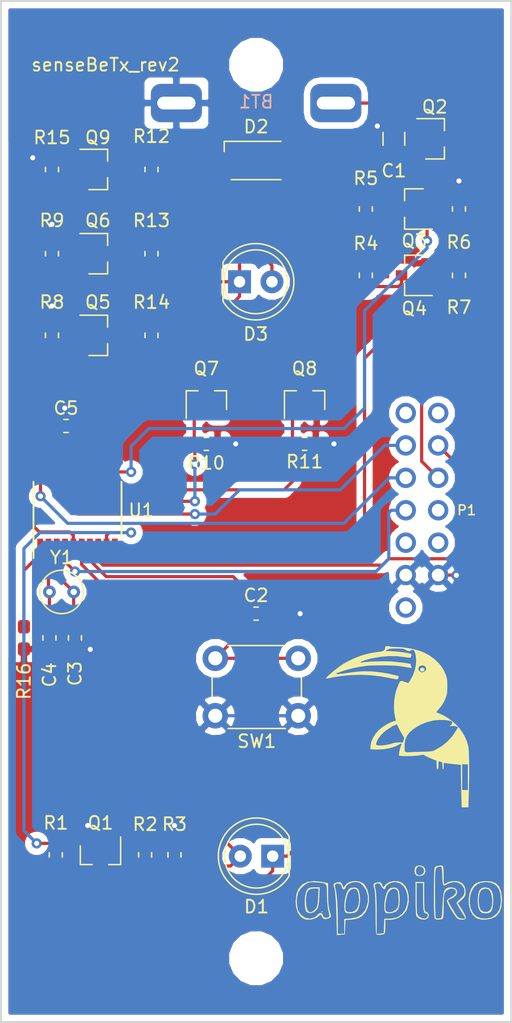
<source format=kicad_pcb>
(kicad_pcb (version 20171130) (host pcbnew 5.0.2-bee76a0~70~ubuntu16.04.1)
  (layers (0 F.Cu signal) (31 B.Cu signal) (34 B.Paste user) (35 F.Paste user) (36 B.SilkS user) (37 F.SilkS user) (38 B.Mask user) (39 F.Mask user) (44 Edge.Cuts user))
  (net 0 "")
  (net 1 "Net-(BT1-Pad1)")
  (net 2 GND)
  (net 3 VDD)
  (net 4 /BUTTON)
  (net 5 /RCC_OSC32_IN)
  (net 6 /RCC_OSC32_OUT)
  (net 7 /LIGHT_SENSE)
  (net 8 "Net-(D2-Pad2)")
  (net 9 "Net-(D2-Pad4)")
  (net 10 "Net-(D3-Pad1)")
  (net 11 /SYS_SWDIO)
  (net 12 /SYS_SWDCLK)
  (net 13 /RESET)
  (net 14 /USART2_TX)
  (net 15 "Net-(Q3-Pad3)")
  (net 16 /LEDIR_PWR1)
  (net 17 /LEDIR_PWR2)
  (net 18 /LEDIR_PWR3)
  (net 19 /LEDIR_CNTRL1)
  (net 20 /LEDIR_CNTRL2)
  (net 21 /LED_RED)
  (net 22 /LED_GREEN)
  (net 23 /R20)
  (net 24 /R_CNTRL)
  (net 25 "Net-(Q7-Pad2)")
  (net 26 /RXTX_UART_RX)
  (net 27 "Net-(Q4-Pad3)")
  (net 28 "Net-(Q1-Pad1)")
  (net 29 /2R7)
  (net 30 /R56)
  (net 31 "Net-(R16-Pad2)")
  (module Package_SO:TSSOP-20_4.4x6.5mm_P0.65mm (layer F.Cu) (at 19 156.9 90)
    (fp_text reference U1 (at 0 5 180) (layer F.SilkS))
    (fp_text value STM32L011F3Px)
    (pad 1 smd rect (at -2.95 -2.925 90) (size 1.45 0.45) (layers F.Cu F.Paste F.Mask) (net 31 "Net-(R16-Pad2)"))
    (pad 2 smd rect (at -2.95 -2.275 90) (size 1.45 0.45) (layers F.Cu F.Paste F.Mask) (net 5 /RCC_OSC32_IN))
    (pad 3 smd rect (at -2.95 -1.625 90) (size 1.45 0.45) (layers F.Cu F.Paste F.Mask) (net 6 /RCC_OSC32_OUT))
    (pad 4 smd rect (at -2.95 -0.975 90) (size 1.45 0.45) (layers F.Cu F.Paste F.Mask) (net 13 /RESET))
    (pad 5 smd rect (at -2.95 -0.325 90) (size 1.45 0.45) (layers F.Cu F.Paste F.Mask) (net 3 VDD))
    (pad 6 smd rect (at -2.95 0.325 90) (size 1.45 0.45) (layers F.Cu F.Paste F.Mask) (net 7 /LIGHT_SENSE))
    (pad 7 smd rect (at -2.95 0.975 90) (size 1.45 0.45) (layers F.Cu F.Paste F.Mask) (net 4 /BUTTON))
    (pad 8 smd rect (at -2.95 1.625 90) (size 1.45 0.45) (layers F.Cu F.Paste F.Mask) (net 14 /USART2_TX))
    (pad 9 smd rect (at -2.95 2.275 90) (size 1.45 0.45) (layers F.Cu F.Paste F.Mask) (net 26 /RXTX_UART_RX))
    (pad 10 smd rect (at -2.95 2.925 90) (size 1.45 0.45) (layers F.Cu F.Paste F.Mask) (net 21 /LED_RED))
    (pad 11 smd rect (at 2.95 2.925 90) (size 1.45 0.45) (layers F.Cu F.Paste F.Mask) (net 22 /LED_GREEN))
    (pad 12 smd rect (at 2.95 2.275 90) (size 1.45 0.45) (layers F.Cu F.Paste F.Mask) (net 18 /LEDIR_PWR3))
    (pad 13 smd rect (at 2.95 1.625 90) (size 1.45 0.45) (layers F.Cu F.Paste F.Mask) (net 17 /LEDIR_PWR2))
    (pad 14 smd rect (at 2.95 0.975 90) (size 1.45 0.45) (layers F.Cu F.Paste F.Mask) (net 16 /LEDIR_PWR1))
    (pad 15 smd rect (at 2.95 0.325 90) (size 1.45 0.45) (layers F.Cu F.Paste F.Mask) (net 2 GND))
    (pad 16 smd rect (at 2.95 -0.325 90) (size 1.45 0.45) (layers F.Cu F.Paste F.Mask) (net 3 VDD))
    (pad 17 smd rect (at 2.95 -0.975 90) (size 1.45 0.45) (layers F.Cu F.Paste F.Mask) (net 20 /LEDIR_CNTRL2))
    (pad 18 smd rect (at 2.95 -1.625 90) (size 1.45 0.45) (layers F.Cu F.Paste F.Mask) (net 19 /LEDIR_CNTRL1))
    (pad 19 smd rect (at 2.95 -2.275 90) (size 1.45 0.45) (layers F.Cu F.Paste F.Mask) (net 11 /SYS_SWDIO))
    (pad 20 smd rect (at 2.95 -2.925 90) (size 1.45 0.45) (layers F.Cu F.Paste F.Mask) (net 12 /SYS_SWDCLK))
  )
  (module senseBeTx_rev1_fp:C_0805 (layer F.Cu) (at 43.8 127.8 90)
    (fp_text reference C1 (at -2.5 0 180) (layer F.SilkS))
    (fp_text value 10uF)
    (pad 1 smd rect (at -1 0 90) (size 1 1.25) (layers F.Cu F.Paste F.Mask) (net 3 VDD))
    (pad 2 smd rect (at 1 0 90) (size 1 1.25) (layers F.Cu F.Paste F.Mask) (net 2 GND))
  )
  (module Capacitor_SMD:C_0603_1608Metric_Pad1.05x0.95mm_HandSolder (layer F.Cu) (at 33 165)
    (fp_text reference C2 (at 0 -1.43) (layer F.SilkS))
    (fp_text value 100nF)
    (pad 1 smd roundrect (at -0.875 0) (size 1.05 0.95) (layers F.Cu F.Paste F.Mask) (net 4 /BUTTON))
    (pad 2 smd roundrect (at 0.875 0) (size 1.05 0.95) (layers F.Cu F.Paste F.Mask) (net 2 GND))
  )
  (module Capacitor_SMD:C_0603_1608Metric_Pad1.05x0.95mm_HandSolder (layer F.Cu) (at 18.8 166.9 270)
    (fp_text reference C3 (at 2.8 0 90) (layer F.SilkS))
    (fp_text value 8pF)
    (pad 1 smd roundrect (at -0.875 0 270) (size 1.05 0.95) (layers F.Cu F.Paste F.Mask) (net 6 /RCC_OSC32_OUT))
    (pad 2 smd roundrect (at 0.875 0 270) (size 1.05 0.95) (layers F.Cu F.Paste F.Mask) (net 2 GND))
  )
  (module Capacitor_SMD:C_0603_1608Metric_Pad1.05x0.95mm_HandSolder (layer F.Cu) (at 16.8 166.9 270)
    (fp_text reference C4 (at 2.9 0 270) (layer F.SilkS))
    (fp_text value 8pF)
    (pad 2 smd roundrect (at 0.875 0 270) (size 1.05 0.95) (layers F.Cu F.Paste F.Mask) (net 2 GND))
    (pad 1 smd roundrect (at -0.875 0 270) (size 1.05 0.95) (layers F.Cu F.Paste F.Mask) (net 5 /RCC_OSC32_IN))
  )
  (module LED_THT:LED_D5.0mm (layer F.Cu) (at 34.3 184 180)
    (fp_text reference D1 (at 1.27 -3.96 180) (layer F.SilkS))
    (fp_text value D_Photo)
    (pad 1 thru_hole rect (at 0 0 180) (size 1.8 1.8) (drill 0.9) (layers *.Cu *.Mask) (net 3 VDD))
    (pad 2 thru_hole circle (at 2.54 0 180) (size 1.8 1.8) (drill 0.9) (layers *.Cu *.Mask) (net 7 /LIGHT_SENSE))
  )
  (module LED_THT:LED_D5.0mm_IRGrey (layer F.Cu) (at 31.7 139)
    (fp_text reference D3 (at 1.27 4.1) (layer F.SilkS))
    (fp_text value SFH4546)
    (pad 1 thru_hole rect (at 0 0) (size 1.8 1.8) (drill 0.9) (layers *.Cu *.Mask) (net 10 "Net-(D3-Pad1)"))
    (pad 2 thru_hole circle (at 2.54 0) (size 1.8 1.8) (drill 0.9) (layers *.Cu *.Mask) (net 3 VDD))
  )
  (module senseBeTx_rev1_fp:MountingHole_3.2mm_M3 (layer F.Cu) (at 33 192)
    (fp_text reference "" (at 0 -4.2) (layer F.SilkS))
    (fp_text value Mounting_Hole)
    (pad 1 np_thru_hole circle (at 0 0) (size 3.2 3.2) (drill 3.2) (layers *.Cu *.Mask))
  )
  (module senseBeTx_rev1_fp:MountingHole_3.2mm_M3 (layer F.Cu) (at 33 122)
    (fp_text reference "" (at 0 -4.2) (layer F.SilkS))
    (fp_text value Mounting_Hole)
    (pad 1 np_thru_hole circle (at 0 0) (size 3.2 3.2) (drill 3.2) (layers *.Cu *.Mask))
  )
  (module senseBeTx_rev1_fp:SOT-23 (layer F.Cu) (at 47 127.8)
    (fp_text reference Q2 (at 0 -2.5) (layer F.SilkS))
    (fp_text value SI2301)
    (pad 1 smd rect (at -1 -0.95) (size 0.9 0.8) (layers F.Cu F.Paste F.Mask) (net 2 GND))
    (pad 2 smd rect (at -1 0.95) (size 0.9 0.8) (layers F.Cu F.Paste F.Mask) (net 3 VDD))
    (pad 3 smd rect (at 1 0) (size 0.9 0.8) (layers F.Cu F.Paste F.Mask) (net 1 "Net-(BT1-Pad1)"))
  )
  (module senseBeTx_rev1_fp:SOT-23 (layer F.Cu) (at 45.4 133.3 180)
    (fp_text reference Q3 (at 0 -2.5 180) (layer F.SilkS))
    (fp_text value SI2302)
    (pad 3 smd rect (at 1 0 180) (size 0.9 0.8) (layers F.Cu F.Paste F.Mask) (net 15 "Net-(Q3-Pad3)"))
    (pad 2 smd rect (at -1 0.95 180) (size 0.9 0.8) (layers F.Cu F.Paste F.Mask) (net 2 GND))
    (pad 1 smd rect (at -1 -0.95 180) (size 0.9 0.8) (layers F.Cu F.Paste F.Mask) (net 22 /LED_GREEN))
  )
  (module senseBeTx_rev1_fp:SOT-23 (layer F.Cu) (at 45.4 138.5 180)
    (fp_text reference Q4 (at 0 -2.6 180) (layer F.SilkS))
    (fp_text value SI2302)
    (pad 1 smd rect (at -1 -0.95 180) (size 0.9 0.8) (layers F.Cu F.Paste F.Mask) (net 21 /LED_RED))
    (pad 2 smd rect (at -1 0.95 180) (size 0.9 0.8) (layers F.Cu F.Paste F.Mask) (net 2 GND))
    (pad 3 smd rect (at 1 0 180) (size 0.9 0.8) (layers F.Cu F.Paste F.Mask) (net 27 "Net-(Q4-Pad3)"))
  )
  (module senseBeTx_rev1_fp:SOT-23 (layer F.Cu) (at 20.6 143.2)
    (fp_text reference Q5 (at 0 -2.6) (layer F.SilkS))
    (fp_text value SI2302)
    (pad 3 smd rect (at 1 0) (size 0.9 0.8) (layers F.Cu F.Paste F.Mask) (net 29 /2R7))
    (pad 2 smd rect (at -1 0.95) (size 0.9 0.8) (layers F.Cu F.Paste F.Mask) (net 24 /R_CNTRL))
    (pad 1 smd rect (at -1 -0.95) (size 0.9 0.8) (layers F.Cu F.Paste F.Mask) (net 18 /LEDIR_PWR3))
  )
  (module senseBeTx_rev1_fp:SOT-23 (layer F.Cu) (at 20.6 136.8)
    (fp_text reference Q6 (at 0 -2.6) (layer F.SilkS))
    (fp_text value SI2302)
    (pad 1 smd rect (at -1 -0.95) (size 0.9 0.8) (layers F.Cu F.Paste F.Mask) (net 17 /LEDIR_PWR2))
    (pad 2 smd rect (at -1 0.95) (size 0.9 0.8) (layers F.Cu F.Paste F.Mask) (net 24 /R_CNTRL))
    (pad 3 smd rect (at 1 0) (size 0.9 0.8) (layers F.Cu F.Paste F.Mask) (net 23 /R20))
  )
  (module senseBeTx_rev1_fp:SOT-23 (layer F.Cu) (at 29.1 148.3 90)
    (fp_text reference Q7 (at 2.5 0 180) (layer F.SilkS))
    (fp_text value SI2302)
    (pad 3 smd rect (at 1 0 90) (size 0.9 0.8) (layers F.Cu F.Paste F.Mask) (net 24 /R_CNTRL))
    (pad 2 smd rect (at -1 0.95 90) (size 0.9 0.8) (layers F.Cu F.Paste F.Mask) (net 25 "Net-(Q7-Pad2)"))
    (pad 1 smd rect (at -1 -0.95 90) (size 0.9 0.8) (layers F.Cu F.Paste F.Mask) (net 19 /LEDIR_CNTRL1))
  )
  (module senseBeTx_rev1_fp:SOT-23 (layer F.Cu) (at 36.8 148.3 90)
    (fp_text reference Q8 (at 2.5 0 180) (layer F.SilkS))
    (fp_text value SI2302)
    (pad 1 smd rect (at -1 -0.95 90) (size 0.9 0.8) (layers F.Cu F.Paste F.Mask) (net 20 /LEDIR_CNTRL2))
    (pad 2 smd rect (at -1 0.95 90) (size 0.9 0.8) (layers F.Cu F.Paste F.Mask) (net 2 GND))
    (pad 3 smd rect (at 1 0 90) (size 0.9 0.8) (layers F.Cu F.Paste F.Mask) (net 25 "Net-(Q7-Pad2)"))
  )
  (module Resistor_SMD:R_0603_1608Metric_Pad1.05x0.95mm_HandSolder (layer F.Cu) (at 17.3 183.9 90)
    (fp_text reference R1 (at 2.5 0 180) (layer F.SilkS))
    (fp_text value 10k)
    (pad 2 smd roundrect (at 0.875 0 90) (size 1.05 0.95) (layers F.Cu F.Paste F.Mask) (net 26 /RXTX_UART_RX))
    (pad 1 smd roundrect (at -0.875 0 90) (size 1.05 0.95) (layers F.Cu F.Paste F.Mask) (net 3 VDD))
  )
  (module Resistor_SMD:R_0603_1608Metric_Pad1.05x0.95mm_HandSolder (layer F.Cu) (at 24.3 183.9 90)
    (fp_text reference R2 (at 2.4 0 180) (layer F.SilkS))
    (fp_text value 33E)
    (pad 1 smd roundrect (at -0.875 0 90) (size 1.05 0.95) (layers F.Cu F.Paste F.Mask) (net 7 /LIGHT_SENSE))
    (pad 2 smd roundrect (at 0.875 0 90) (size 1.05 0.95) (layers F.Cu F.Paste F.Mask) (net 28 "Net-(Q1-Pad1)"))
  )
  (module Resistor_SMD:R_0603_1608Metric_Pad1.05x0.95mm_HandSolder (layer F.Cu) (at 26.6 183.9 90)
    (fp_text reference R3 (at 2.4 0) (layer F.SilkS))
    (fp_text value 100k)
    (pad 2 smd roundrect (at 0.875 0 90) (size 1.05 0.95) (layers F.Cu F.Paste F.Mask) (net 2 GND))
    (pad 1 smd roundrect (at -0.875 0 90) (size 1.05 0.95) (layers F.Cu F.Paste F.Mask) (net 7 /LIGHT_SENSE))
  )
  (module Resistor_SMD:R_0603_1608Metric_Pad1.05x0.95mm_HandSolder (layer F.Cu) (at 41.6 138.5 90)
    (fp_text reference R4 (at 2.5 0 -180) (layer F.SilkS))
    (fp_text value 33E)
    (pad 2 smd roundrect (at 0.875 0 90) (size 1.05 0.95) (layers F.Cu F.Paste F.Mask) (net 8 "Net-(D2-Pad2)"))
    (pad 1 smd roundrect (at -0.875 0 90) (size 1.05 0.95) (layers F.Cu F.Paste F.Mask) (net 27 "Net-(Q4-Pad3)"))
  )
  (module Resistor_SMD:R_0603_1608Metric_Pad1.05x0.95mm_HandSolder (layer F.Cu) (at 41.6 133.3 90)
    (fp_text reference R5 (at 2.4 0 -180) (layer F.SilkS))
    (fp_text value 24E)
    (pad 1 smd roundrect (at -0.875 0 90) (size 1.05 0.95) (layers F.Cu F.Paste F.Mask) (net 15 "Net-(Q3-Pad3)"))
    (pad 2 smd roundrect (at 0.875 0 90) (size 1.05 0.95) (layers F.Cu F.Paste F.Mask) (net 9 "Net-(D2-Pad4)"))
  )
  (module Resistor_SMD:R_0603_1608Metric_Pad1.05x0.95mm_HandSolder (layer F.Cu) (at 48.9 133.3 270)
    (fp_text reference R6 (at 2.6 0) (layer F.SilkS))
    (fp_text value 100k)
    (pad 2 smd roundrect (at 0.875 0 270) (size 1.05 0.95) (layers F.Cu F.Paste F.Mask) (net 22 /LED_GREEN))
    (pad 1 smd roundrect (at -0.875 0 270) (size 1.05 0.95) (layers F.Cu F.Paste F.Mask) (net 2 GND))
  )
  (module Resistor_SMD:R_0603_1608Metric_Pad1.05x0.95mm_HandSolder (layer F.Cu) (at 48.9 138.5 270)
    (fp_text reference R7 (at 2.5 0) (layer F.SilkS))
    (fp_text value 100k)
    (pad 1 smd roundrect (at -0.875 0 270) (size 1.05 0.95) (layers F.Cu F.Paste F.Mask) (net 2 GND))
    (pad 2 smd roundrect (at 0.875 0 270) (size 1.05 0.95) (layers F.Cu F.Paste F.Mask) (net 21 /LED_RED))
  )
  (module Resistor_SMD:R_0603_1608Metric_Pad1.05x0.95mm_HandSolder (layer F.Cu) (at 17 143.2 270)
    (fp_text reference R8 (at -2.6 0) (layer F.SilkS))
    (fp_text value 100k)
    (pad 1 smd roundrect (at -0.875 0 270) (size 1.05 0.95) (layers F.Cu F.Paste F.Mask) (net 2 GND))
    (pad 2 smd roundrect (at 0.875 0 270) (size 1.05 0.95) (layers F.Cu F.Paste F.Mask) (net 18 /LEDIR_PWR3))
  )
  (module Resistor_SMD:R_0603_1608Metric_Pad1.05x0.95mm_HandSolder (layer F.Cu) (at 17 136.8 270)
    (fp_text reference R9 (at -2.6 0) (layer F.SilkS))
    (fp_text value 100k)
    (pad 2 smd roundrect (at 0.875 0 270) (size 1.05 0.95) (layers F.Cu F.Paste F.Mask) (net 17 /LEDIR_PWR2))
    (pad 1 smd roundrect (at -0.875 0 270) (size 1.05 0.95) (layers F.Cu F.Paste F.Mask) (net 2 GND))
  )
  (module Resistor_SMD:R_0603_1608Metric_Pad1.05x0.95mm_HandSolder (layer F.Cu) (at 29.1 151.7 180)
    (fp_text reference R10 (at 0 -1.5 180) (layer F.SilkS))
    (fp_text value 100k)
    (pad 1 smd roundrect (at -0.875 0 180) (size 1.05 0.95) (layers F.Cu F.Paste F.Mask) (net 2 GND))
    (pad 2 smd roundrect (at 0.875 0 180) (size 1.05 0.95) (layers F.Cu F.Paste F.Mask) (net 19 /LEDIR_CNTRL1))
  )
  (module Resistor_SMD:R_0603_1608Metric_Pad1.05x0.95mm_HandSolder (layer F.Cu) (at 36.8 151.7 180)
    (fp_text reference R11 (at 0 -1.4) (layer F.SilkS))
    (fp_text value 100k)
    (pad 1 smd roundrect (at -0.875 0 180) (size 1.05 0.95) (layers F.Cu F.Paste F.Mask) (net 2 GND))
    (pad 2 smd roundrect (at 0.875 0 180) (size 1.05 0.95) (layers F.Cu F.Paste F.Mask) (net 20 /LEDIR_CNTRL2))
  )
  (module Resistor_SMD:R_0603_1608Metric_Pad1.05x0.95mm_HandSolder (layer F.Cu) (at 24.8 130.2 90)
    (fp_text reference R12 (at 2.6 0 180) (layer F.SilkS))
    (fp_text value 56E)
    (pad 2 smd roundrect (at 0.875 0 90) (size 1.05 0.95) (layers F.Cu F.Paste F.Mask) (net 10 "Net-(D3-Pad1)"))
    (pad 1 smd roundrect (at -0.875 0 90) (size 1.05 0.95) (layers F.Cu F.Paste F.Mask) (net 30 /R56))
  )
  (module Resistor_SMD:R_0603_1608Metric_Pad1.05x0.95mm_HandSolder (layer F.Cu) (at 24.8 136.8 90)
    (fp_text reference R13 (at 2.6 0 180) (layer F.SilkS))
    (fp_text value " 20E")
    (pad 1 smd roundrect (at -0.875 0 90) (size 1.05 0.95) (layers F.Cu F.Paste F.Mask) (net 23 /R20))
    (pad 2 smd roundrect (at 0.875 0 90) (size 1.05 0.95) (layers F.Cu F.Paste F.Mask) (net 10 "Net-(D3-Pad1)"))
  )
  (module Capacitor_SMD:C_0603_1608Metric_Pad1.05x0.95mm_HandSolder (layer F.Cu) (at 18.1 150.3 180)
    (fp_text reference C5 (at 0 1.4 180) (layer F.SilkS))
    (fp_text value 100nF)
    (pad 1 smd roundrect (at -0.875 0 180) (size 1.05 0.95) (layers F.Cu F.Paste F.Mask) (net 2 GND))
    (pad 2 smd roundrect (at 0.875 0 180) (size 1.05 0.95) (layers F.Cu F.Paste F.Mask) (net 3 VDD))
  )
  (module senseBeTx_rev1_fp:LED_KPTBD-3216SURKCGKC (layer F.Cu) (at 33 129.5)
    (fp_text reference D2 (at 0 -2.65) (layer F.SilkS))
    (fp_text value KPTBD-3216SURKCGKC)
    (pad 2 smd rect (at -1.6 -0.525) (size 2 0.55) (layers F.Cu F.Paste F.Mask) (net 8 "Net-(D2-Pad2)"))
    (pad 1 smd rect (at 1.6 -0.525) (size 2 0.55) (layers F.Cu F.Paste F.Mask) (net 3 VDD))
    (pad 3 smd rect (at 1.6 0.525) (size 2 0.55) (layers F.Cu F.Paste F.Mask) (net 3 VDD))
    (pad 4 smd rect (at -1.6 0.525) (size 2 0.55) (layers F.Cu F.Paste F.Mask) (net 9 "Net-(D2-Pad4)"))
  )
  (module Resistor_SMD:R_0603_1608Metric_Pad1.05x0.95mm_HandSolder (layer F.Cu) (at 24.8 143.2 90)
    (fp_text reference R14 (at 2.6 0 180) (layer F.SilkS))
    (fp_text value 2.7E)
    (pad 2 smd roundrect (at 0.875 0 90) (size 1.05 0.95) (layers F.Cu F.Paste F.Mask) (net 10 "Net-(D3-Pad1)"))
    (pad 1 smd roundrect (at -0.875 0 90) (size 1.05 0.95) (layers F.Cu F.Paste F.Mask) (net 29 /2R7))
  )
  (module Resistor_SMD:R_0603_1608Metric_Pad1.05x0.95mm_HandSolder (layer F.Cu) (at 17 130.2 270)
    (fp_text reference R15 (at -2.5 0) (layer F.SilkS))
    (fp_text value 100k)
    (pad 1 smd roundrect (at -0.875 0 270) (size 1.05 0.95) (layers F.Cu F.Paste F.Mask) (net 2 GND))
    (pad 2 smd roundrect (at 0.875 0 270) (size 1.05 0.95) (layers F.Cu F.Paste F.Mask) (net 16 /LEDIR_PWR1))
  )
  (module Package_TO_SOT_SMD:SOT-23 (layer F.Cu) (at 20.8 183.9 270)
    (fp_text reference Q1 (at -2.5 0) (layer F.SilkS))
    (fp_text value BC847)
    (pad 1 smd rect (at -1 -0.95 270) (size 0.9 0.8) (layers F.Cu F.Paste F.Mask) (net 28 "Net-(Q1-Pad1)"))
    (pad 2 smd rect (at -1 0.95 270) (size 0.9 0.8) (layers F.Cu F.Paste F.Mask) (net 2 GND))
    (pad 3 smd rect (at 1 0 270) (size 0.9 0.8) (layers F.Cu F.Paste F.Mask) (net 26 /RXTX_UART_RX))
  )
  (module senseBeTx_rev2_fp:SOT-23 (layer F.Cu) (at 20.6 130.2)
    (fp_text reference Q9 (at 0 -2.5) (layer F.SilkS))
    (fp_text value SI2302)
    (pad 1 smd rect (at -1 -0.95) (size 0.9 0.8) (layers F.Cu F.Paste F.Mask) (net 16 /LEDIR_PWR1))
    (pad 2 smd rect (at -1 0.95) (size 0.9 0.8) (layers F.Cu F.Paste F.Mask) (net 24 /R_CNTRL))
    (pad 3 smd rect (at 1 0) (size 0.9 0.8) (layers F.Cu F.Paste F.Mask) (net 30 /R56))
  )
  (module Button_Switch_THT:SW_PUSH_6mm (layer F.Cu) (at 36.3 173 180)
    (fp_text reference SW1 (at 3.25 -2 180) (layer F.SilkS))
    (fp_text value SW_Push_Dual)
    (pad 2 thru_hole circle (at 0 4.5 270) (size 2 2) (drill 1.1) (layers *.Cu *.Mask) (net 4 /BUTTON))
    (pad 1 thru_hole circle (at 0 0 270) (size 2 2) (drill 1.1) (layers *.Cu *.Mask) (net 2 GND))
    (pad 2 thru_hole circle (at 6.5 4.5 270) (size 2 2) (drill 1.1) (layers *.Cu *.Mask) (net 4 /BUTTON))
    (pad 1 thru_hole circle (at 6.5 0 270) (size 2 2) (drill 1.1) (layers *.Cu *.Mask) (net 2 GND))
  )
  (module senseBeTx_rev2_fp:AA_BAT_Holder (layer B.Cu) (at 33 155 90)
    (fp_text reference BT1 (at 30.1 0 180) (layer B.SilkS) (effects (justify mirror)))
    (fp_text value Battery)
    (pad 1 thru_hole roundrect (at 30 6.25 90) (size 3 4) (drill oval 1 3) (layers *.Cu *.Mask) (net 1 "Net-(BT1-Pad1)"))
    (pad 2 thru_hole roundrect (at 30 -6.25 90) (size 3 4) (drill oval 1 3) (layers *.Cu *.Mask) (net 2 GND))
  )
  (module senseBeTx_rev2_fp:prog_connect (layer F.Cu) (at 46 156.9 270)
    (fp_text reference P1 (at 0 -3.5) (layer F.SilkS) (effects (font (size 0.762 0.762) (thickness 0.127))))
    (fp_text value CONN_02X05)
    (pad "" np_thru_hole circle (at 7.62 1.27 270) (size 1.6 1.6) (drill 1) (layers *.Cu *.Mask))
    (pad "" np_thru_hole circle (at -7.62 -1.27 270) (size 1.6 1.6) (drill 1) (layers *.Cu *.Mask))
    (pad 1 thru_hole circle (at -5.08 1.27 270) (size 1.6 1.6) (drill 1) (layers *.Cu *.Mask) (net 11 /SYS_SWDIO))
    (pad 3 thru_hole circle (at -2.54 1.27 270) (size 1.6 1.6) (drill 1) (layers *.Cu *.Mask) (net 12 /SYS_SWDCLK))
    (pad 5 thru_hole circle (at 0 1.27 270) (size 1.6 1.6) (drill 1) (layers *.Cu *.Mask) (net 13 /RESET))
    (pad 7 thru_hole circle (at 2.54 1.27 270) (size 1.6 1.6) (drill 1) (layers *.Cu *.Mask))
    (pad 9 thru_hole circle (at 5.08 1.27 270) (size 1.6 1.6) (drill 1) (layers *.Cu *.Mask) (net 2 GND))
    (pad 10 thru_hole circle (at 5.08 -1.27 270) (size 1.6 1.6) (drill 1) (layers *.Cu *.Mask) (net 2 GND))
    (pad 8 thru_hole circle (at 2.54 -1.27 270) (size 1.6 1.6) (drill 1) (layers *.Cu *.Mask))
    (pad 6 thru_hole circle (at 0 -1.27 270) (size 1.6 1.6) (drill 1) (layers *.Cu *.Mask))
    (pad 4 thru_hole circle (at -2.54 -1.27 270) (size 1.6 1.6) (drill 1) (layers *.Cu *.Mask) (net 3 VDD))
    (pad 2 thru_hole circle (at -5.08 -1.27 270) (size 1.6 1.6) (drill 1) (layers *.Cu *.Mask) (net 14 /USART2_TX))
    (pad "" np_thru_hole circle (at -7.62 1.27 270) (size 1.6 1.6) (drill 1) (layers *.Cu *.Mask))
  )
  (module Resistor_SMD:R_0603_1608Metric_Pad1.05x0.95mm_HandSolder (layer F.Cu) (at 14.8 166.9 90)
    (fp_text reference R16 (at -3.4 0 90) (layer F.SilkS))
    (fp_text value 100k)
    (pad 1 smd roundrect (at -0.875 0 90) (size 1.05 0.95) (layers F.Cu F.Paste F.Mask) (net 2 GND))
    (pad 2 smd roundrect (at 0.875 0 90) (size 1.05 0.95) (layers F.Cu F.Paste F.Mask) (net 31 "Net-(R16-Pad2)"))
  )
  (module senseBeTx_rev2_fp:Crystal_C38-LF_d3.0mm_l8.0mm_Vertical (layer F.Cu) (at 16.8 163.3)
    (fp_text reference Y1 (at 0.95 -2.7) (layer F.SilkS))
    (fp_text value Crystal)
    (pad 1 thru_hole circle (at 0 0) (size 1 1) (drill 0.5) (layers *.Cu *.Mask) (net 5 /RCC_OSC32_IN))
    (pad 2 thru_hole circle (at 1.9 0) (size 1 1) (drill 0.5) (layers *.Cu *.Mask) (net 6 /RCC_OSC32_OUT))
  )
  (module senseBeTx_rev2_fp:Appiko_LOGO_img (layer F.Cu) (at 44.069 173.863)
    (fp_text reference G*** hide)
    (fp_text value Appiko_LOGO_img hide)
  )
  (module senseBeTx_rev2_fp:Appiko_Logo_2 (layer F.Cu) (at 41.91 187.452)
    (fp_text reference G*** hide)
    (fp_text value Appiko_Logo_2 hide)
  )
  (gr_text senseBeTx_rev2 (at 21.2 122) (layer F.SilkS) (effects (font (size 1 1))))
  (gr_line (start 53 197) (end 53 117) (layer Edge.Cuts) (width 0.15))
  (gr_line (start 13 117) (end 13 197) (layer Edge.Cuts) (width 0.15))
  (gr_line (start 53 117) (end 13 117) (layer Edge.Cuts) (width 0.15))
  (gr_line (start 13 197) (end 53 197) (layer Edge.Cuts) (width 0.15))
  (segment (start 39.25 125) (end 47.4 125) (width 0.25) (layer F.Cu) (net 1))
  (segment (start 48 125.6) (end 48 127.8) (width 0.25) (layer F.Cu) (net 1))
  (segment (start 47.4 125) (end 48 125.6) (width 0.25) (layer F.Cu) (net 1))
  (via (at 18 148.9) (size 0.8) (drill 0.4) (layers F.Cu B.Cu) (net 2))
  (segment (start 18.975 149.875) (end 18 148.9) (width 0.25) (layer F.Cu) (net 2))
  (segment (start 18.975 150.3) (end 18.975 149.875) (width 0.25) (layer F.Cu) (net 2))
  (segment (start 19.325 152.975) (end 19.325 153.95) (width 0.25) (layer F.Cu) (net 2))
  (segment (start 19.325 151.225) (end 19.325 152.975) (width 0.25) (layer F.Cu) (net 2))
  (segment (start 18.975 150.875) (end 19.325 151.225) (width 0.25) (layer F.Cu) (net 2))
  (segment (start 18.975 150.3) (end 18.975 150.875) (width 0.25) (layer F.Cu) (net 2))
  (segment (start 46.475 137.625) (end 46.4 137.55) (width 0.25) (layer F.Cu) (net 2))
  (segment (start 48.9 137.625) (end 46.475 137.625) (width 0.25) (layer F.Cu) (net 2))
  (segment (start 46.475 132.425) (end 46.4 132.35) (width 0.25) (layer F.Cu) (net 2))
  (segment (start 48.9 132.425) (end 46.475 132.425) (width 0.25) (layer F.Cu) (net 2))
  (segment (start 37.675 149.375) (end 37.75 149.3) (width 0.25) (layer F.Cu) (net 2))
  (segment (start 37.675 151.7) (end 37.675 149.375) (width 0.25) (layer F.Cu) (net 2))
  (via (at 31.4 151.7) (size 0.8) (drill 0.4) (layers F.Cu B.Cu) (net 2))
  (segment (start 29.975 151.7) (end 31.4 151.7) (width 0.25) (layer F.Cu) (net 2))
  (via (at 39.1 151.7) (size 0.8) (drill 0.4) (layers F.Cu B.Cu) (net 2))
  (segment (start 37.675 151.7) (end 39.1 151.7) (width 0.25) (layer F.Cu) (net 2))
  (segment (start 29.8 173) (end 36.3 173) (width 0.25) (layer B.Cu) (net 2))
  (via (at 48.7 162) (size 0.8) (drill 0.4) (layers F.Cu B.Cu) (net 2))
  (via (at 17 140.9) (size 0.8) (drill 0.4) (layers F.Cu B.Cu) (net 2))
  (segment (start 17 142.325) (end 17 140.9) (width 0.25) (layer F.Cu) (net 2))
  (via (at 17 134.5) (size 0.8) (drill 0.4) (layers F.Cu B.Cu) (net 2))
  (segment (start 17 135.925) (end 17 134.5) (width 0.25) (layer F.Cu) (net 2))
  (segment (start 14.8 167.775) (end 16.8 167.775) (width 0.25) (layer F.Cu) (net 2))
  (segment (start 16.8 167.775) (end 18.8 167.775) (width 0.25) (layer F.Cu) (net 2))
  (via (at 20 167.8) (size 0.8) (drill 0.4) (layers F.Cu B.Cu) (net 2))
  (segment (start 19.975 167.775) (end 20 167.8) (width 0.25) (layer F.Cu) (net 2))
  (segment (start 18.8 167.775) (end 19.975 167.775) (width 0.25) (layer F.Cu) (net 2))
  (segment (start 48.68 161.98) (end 48.7 162) (width 0.25) (layer F.Cu) (net 2))
  (segment (start 47.27 161.98) (end 48.68 161.98) (width 0.25) (layer F.Cu) (net 2))
  (segment (start 49.925 132.425) (end 48.9 132.425) (width 0.25) (layer F.Cu) (net 2))
  (segment (start 48.9 137.625) (end 49.975 137.625) (width 0.25) (layer F.Cu) (net 2))
  (segment (start 49.975 137.625) (end 50.4 137.2) (width 0.25) (layer F.Cu) (net 2))
  (segment (start 50.4 137.2) (end 50.4 132.9) (width 0.25) (layer F.Cu) (net 2))
  (segment (start 50.4 132.9) (end 49.925 132.425) (width 0.25) (layer F.Cu) (net 2))
  (segment (start 45.95 126.8) (end 46 126.85) (width 0.25) (layer F.Cu) (net 2))
  (segment (start 43.8 126.8) (end 45.95 126.8) (width 0.25) (layer F.Cu) (net 2))
  (via (at 48.9 131.1) (size 0.8) (drill 0.4) (layers F.Cu B.Cu) (net 2))
  (segment (start 48.9 132.425) (end 48.9 131.1) (width 0.25) (layer F.Cu) (net 2))
  (via (at 26.6 181.6) (size 0.8) (drill 0.4) (layers F.Cu B.Cu) (net 2))
  (segment (start 26.6 183.025) (end 26.6 181.6) (width 0.25) (layer F.Cu) (net 2))
  (via (at 19.8 181.6) (size 0.8) (drill 0.4) (layers F.Cu B.Cu) (net 2))
  (segment (start 19.85 181.65) (end 19.8 181.6) (width 0.25) (layer F.Cu) (net 2))
  (segment (start 19.85 182.9) (end 19.85 181.65) (width 0.25) (layer F.Cu) (net 2))
  (via (at 42.5 126.8) (size 0.8) (drill 0.4) (layers F.Cu B.Cu) (net 2))
  (segment (start 43.8 126.8) (end 42.5 126.8) (width 0.25) (layer F.Cu) (net 2))
  (segment (start 41.71 165) (end 41.3 165) (width 0.25) (layer F.Cu) (net 2))
  (segment (start 44.73 161.98) (end 41.71 165) (width 0.25) (layer F.Cu) (net 2))
  (segment (start 16.425 129.325) (end 16.386 129.286) (width 0.25) (layer F.Cu) (net 2))
  (segment (start 17 129.325) (end 16.425 129.325) (width 0.25) (layer F.Cu) (net 2))
  (via (at 15.494 129.286) (size 0.8) (drill 0.4) (layers F.Cu B.Cu) (net 2))
  (segment (start 16.386 129.286) (end 15.494 129.286) (width 0.25) (layer F.Cu) (net 2))
  (segment (start 16.600001 134.100001) (end 17 134.5) (width 0.25) (layer B.Cu) (net 2))
  (segment (start 15.094001 132.594001) (end 16.600001 134.100001) (width 0.25) (layer B.Cu) (net 2))
  (segment (start 15.094001 129.685999) (end 15.094001 132.594001) (width 0.25) (layer B.Cu) (net 2))
  (segment (start 15.494 129.286) (end 15.094001 129.685999) (width 0.25) (layer B.Cu) (net 2))
  (via (at 36.449 165) (size 0.8) (drill 0.4) (layers F.Cu B.Cu) (net 2))
  (segment (start 33.875 165) (end 36.449 165) (width 0.25) (layer F.Cu) (net 2))
  (segment (start 36.449 165) (end 41.3 165) (width 0.25) (layer F.Cu) (net 2))
  (segment (start 18.675 151.75) (end 17.225 150.3) (width 0.25) (layer F.Cu) (net 3))
  (segment (start 18.675 153.95) (end 18.675 151.75) (width 0.25) (layer F.Cu) (net 3))
  (segment (start 18.675 158.875) (end 18.675 159.85) (width 0.25) (layer F.Cu) (net 3))
  (segment (start 15.000001 150.699999) (end 15.000001 157.600001) (width 0.25) (layer F.Cu) (net 3))
  (segment (start 15.4 150.3) (end 15.000001 150.699999) (width 0.25) (layer F.Cu) (net 3))
  (segment (start 18.675 158.875) (end 18.4 158.6) (width 0.25) (layer F.Cu) (net 3))
  (segment (start 16 158.6) (end 15.000001 157.600001) (width 0.25) (layer F.Cu) (net 3))
  (segment (start 18.4 158.6) (end 16 158.6) (width 0.25) (layer F.Cu) (net 3))
  (segment (start 17.3 186.5) (end 17.3 184.775) (width 0.25) (layer F.Cu) (net 3))
  (segment (start 18.1 187.3) (end 17.3 186.5) (width 0.25) (layer F.Cu) (net 3))
  (segment (start 32.15 187.3) (end 18.1 187.3) (width 0.25) (layer F.Cu) (net 3))
  (segment (start 34.3 185.15) (end 32.15 187.3) (width 0.25) (layer F.Cu) (net 3))
  (segment (start 34.3 184) (end 34.3 185.15) (width 0.25) (layer F.Cu) (net 3))
  (segment (start 45.95 128.8) (end 46 128.75) (width 0.25) (layer F.Cu) (net 3))
  (segment (start 43.8 128.8) (end 45.95 128.8) (width 0.25) (layer F.Cu) (net 3))
  (segment (start 34.6 128.975) (end 34.6 130.025) (width 0.25) (layer F.Cu) (net 3))
  (segment (start 43.625 128.975) (end 43.8 128.8) (width 0.25) (layer F.Cu) (net 3))
  (segment (start 34.6 128.975) (end 43.625 128.975) (width 0.25) (layer F.Cu) (net 3))
  (segment (start 36.375 130.025) (end 36.4 130) (width 0.25) (layer F.Cu) (net 3))
  (segment (start 34.6 130.025) (end 36.375 130.025) (width 0.25) (layer F.Cu) (net 3))
  (segment (start 47.31 154.4) (end 47.27 154.36) (width 0.25) (layer B.Cu) (net 3))
  (segment (start 17.225 150.3) (end 15.8 150.3) (width 0.25) (layer F.Cu) (net 3))
  (segment (start 15.8 150.3) (end 15.4 150.3) (width 0.25) (layer F.Cu) (net 3))
  (segment (start 46.6 130) (end 46 129.4) (width 0.25) (layer F.Cu) (net 3))
  (segment (start 50.1 130) (end 46.6 130) (width 0.25) (layer F.Cu) (net 3))
  (segment (start 46 129.4) (end 46 128.75) (width 0.25) (layer F.Cu) (net 3))
  (segment (start 34.3 184) (end 35.45 184) (width 0.25) (layer F.Cu) (net 3))
  (segment (start 35.45 184) (end 51 168.45) (width 0.25) (layer F.Cu) (net 3))
  (segment (start 51 130.9) (end 50.1 130) (width 0.25) (layer F.Cu) (net 3))
  (segment (start 51 143.183) (end 51 143.129) (width 0.25) (layer F.Cu) (net 3))
  (segment (start 45.974 148.209) (end 51 143.183) (width 0.25) (layer F.Cu) (net 3))
  (segment (start 51 168.45) (end 51 143.129) (width 0.25) (layer F.Cu) (net 3))
  (segment (start 51 143.129) (end 51 130.9) (width 0.25) (layer F.Cu) (net 3))
  (segment (start 45.974 153.064) (end 45.974 148.209) (width 0.25) (layer F.Cu) (net 3))
  (segment (start 47.27 154.36) (end 45.974 153.064) (width 0.25) (layer F.Cu) (net 3))
  (segment (start 34.24 137.727208) (end 28.194 131.681208) (width 0.25) (layer F.Cu) (net 3))
  (segment (start 34.24 139) (end 34.24 137.727208) (width 0.25) (layer F.Cu) (net 3))
  (segment (start 28.194 131.681208) (end 28.194 128.905) (width 0.25) (layer F.Cu) (net 3))
  (segment (start 28.194 128.905) (end 29.845 127.254) (width 0.25) (layer F.Cu) (net 3))
  (segment (start 33.404 127.254) (end 29.845 127.254) (width 0.25) (layer F.Cu) (net 3))
  (segment (start 34.6 128.45) (end 33.404 127.254) (width 0.25) (layer F.Cu) (net 3))
  (segment (start 34.6 128.975) (end 34.6 128.45) (width 0.25) (layer F.Cu) (net 3))
  (segment (start 17.907 126.492) (end 18.669 127.254) (width 0.25) (layer F.Cu) (net 3))
  (segment (start 16.256 126.492) (end 17.907 126.492) (width 0.25) (layer F.Cu) (net 3))
  (segment (start 15.4 150.3) (end 15.4 149.512) (width 0.25) (layer F.Cu) (net 3))
  (segment (start 13.716 147.828) (end 13.716 129.032) (width 0.25) (layer F.Cu) (net 3))
  (segment (start 18.669 127.254) (end 29.845 127.254) (width 0.25) (layer F.Cu) (net 3))
  (segment (start 15.4 149.512) (end 13.716 147.828) (width 0.25) (layer F.Cu) (net 3))
  (segment (start 13.716 129.032) (end 16.256 126.492) (width 0.25) (layer F.Cu) (net 3))
  (segment (start 19.975 160.825) (end 21.25 162.1) (width 0.25) (layer F.Cu) (net 4))
  (segment (start 19.975 159.85) (end 19.975 160.825) (width 0.25) (layer F.Cu) (net 4))
  (segment (start 21.25 162.1) (end 31.2 162.1) (width 0.25) (layer F.Cu) (net 4))
  (segment (start 32.125 163.025) (end 32.125 165) (width 0.25) (layer F.Cu) (net 4))
  (segment (start 31.2 162.1) (end 32.125 163.025) (width 0.25) (layer F.Cu) (net 4))
  (segment (start 31.214213 168.5) (end 36.3 168.5) (width 0.25) (layer F.Cu) (net 4))
  (segment (start 29.8 168.5) (end 31.214213 168.5) (width 0.25) (layer F.Cu) (net 4))
  (segment (start 32.125 166.175) (end 29.8 168.5) (width 0.25) (layer F.Cu) (net 4))
  (segment (start 32.125 165) (end 32.125 166.175) (width 0.25) (layer F.Cu) (net 4))
  (segment (start 16.725 163.225) (end 16.8 163.3) (width 0.25) (layer F.Cu) (net 5))
  (segment (start 16.725 159.85) (end 16.725 163.225) (width 0.25) (layer F.Cu) (net 5))
  (segment (start 16.8 164.007106) (end 16.8 166.025) (width 0.25) (layer F.Cu) (net 5))
  (segment (start 16.8 163.3) (end 16.8 164.007106) (width 0.25) (layer F.Cu) (net 5))
  (segment (start 17.375 161.975) (end 18.7 163.3) (width 0.25) (layer F.Cu) (net 6))
  (segment (start 17.375 159.85) (end 17.375 161.975) (width 0.25) (layer F.Cu) (net 6))
  (segment (start 18.7 165.925) (end 18.8 166.025) (width 0.25) (layer F.Cu) (net 6))
  (segment (start 18.7 163.3) (end 18.7 165.925) (width 0.25) (layer F.Cu) (net 6))
  (segment (start 30.985 184.775) (end 31.76 184) (width 0.25) (layer F.Cu) (net 7))
  (segment (start 26.6 184.775) (end 30.985 184.775) (width 0.25) (layer F.Cu) (net 7))
  (segment (start 24.3 184.775) (end 26.6 184.775) (width 0.25) (layer F.Cu) (net 7))
  (segment (start 21.9 163.726998) (end 21.9 177.8) (width 0.25) (layer F.Cu) (net 7))
  (segment (start 19.325 161.151998) (end 21.9 163.726998) (width 0.25) (layer F.Cu) (net 7))
  (segment (start 19.325 159.85) (end 19.325 161.151998) (width 0.25) (layer F.Cu) (net 7))
  (segment (start 26.76 179) (end 23.1 179) (width 0.25) (layer F.Cu) (net 7))
  (segment (start 31.76 184) (end 26.76 179) (width 0.25) (layer F.Cu) (net 7))
  (segment (start 21.9 177.8) (end 23.1 179) (width 0.25) (layer F.Cu) (net 7))
  (segment (start 31.4 128.975) (end 29.625 128.975) (width 0.25) (layer F.Cu) (net 8))
  (segment (start 29.625 128.975) (end 29.1 129.5) (width 0.25) (layer F.Cu) (net 8))
  (segment (start 29.1 129.5) (end 29.1 131.8) (width 0.25) (layer F.Cu) (net 8))
  (segment (start 29.1 131.8) (end 31.2 133.9) (width 0.25) (layer F.Cu) (net 8))
  (segment (start 37.875 133.9) (end 41.6 137.625) (width 0.25) (layer F.Cu) (net 8))
  (segment (start 31.2 133.9) (end 37.875 133.9) (width 0.25) (layer F.Cu) (net 8))
  (segment (start 41.025 132.425) (end 41.6 132.425) (width 0.25) (layer F.Cu) (net 9))
  (segment (start 33.275 132.425) (end 41.025 132.425) (width 0.25) (layer F.Cu) (net 9))
  (segment (start 31.4 130.55) (end 33.275 132.425) (width 0.25) (layer F.Cu) (net 9))
  (segment (start 31.4 130.025) (end 31.4 130.55) (width 0.25) (layer F.Cu) (net 9))
  (segment (start 31.7 136.225) (end 31.7 139) (width 0.25) (layer F.Cu) (net 10))
  (segment (start 24.8 129.325) (end 31.7 136.225) (width 0.25) (layer F.Cu) (net 10))
  (segment (start 31.7 140.15) (end 31.7 139) (width 0.25) (layer F.Cu) (net 10))
  (segment (start 29.525 142.325) (end 31.7 140.15) (width 0.25) (layer F.Cu) (net 10))
  (segment (start 24.8 142.325) (end 29.525 142.325) (width 0.25) (layer F.Cu) (net 10))
  (segment (start 27.875 139) (end 24.8 135.925) (width 0.25) (layer F.Cu) (net 10))
  (segment (start 31.7 139) (end 27.875 139) (width 0.25) (layer F.Cu) (net 10))
  (via (at 28.2 157.200003) (size 0.8) (drill 0.4) (layers F.Cu B.Cu) (net 11))
  (segment (start 16.725 154.925) (end 19.000003 157.200003) (width 0.25) (layer F.Cu) (net 11))
  (segment (start 19.000003 157.200003) (end 28.2 157.200003) (width 0.25) (layer F.Cu) (net 11))
  (segment (start 16.725 153.95) (end 16.725 154.925) (width 0.25) (layer F.Cu) (net 11))
  (segment (start 28.2 157.200003) (end 29.799997 157.200003) (width 0.25) (layer B.Cu) (net 11))
  (segment (start 29.799997 157.200003) (end 31.7 155.3) (width 0.25) (layer B.Cu) (net 11))
  (segment (start 31.7 155.3) (end 39.6 155.3) (width 0.25) (layer B.Cu) (net 11))
  (segment (start 44.71 151.8) (end 44.73 151.82) (width 0.25) (layer F.Cu) (net 11))
  (segment (start 43.1 151.8) (end 43.12 151.82) (width 0.25) (layer B.Cu) (net 11))
  (segment (start 39.6 155.3) (end 43.1 151.8) (width 0.25) (layer B.Cu) (net 11))
  (segment (start 43.12 151.82) (end 44.73 151.82) (width 0.25) (layer B.Cu) (net 11))
  (via (at 16.1 155.8) (size 0.8) (drill 0.4) (layers F.Cu B.Cu) (net 12))
  (segment (start 16.1 155.8) (end 16.1 153.975) (width 0.25) (layer F.Cu) (net 12))
  (segment (start 16.1 153.975) (end 16.075 153.95) (width 0.25) (layer F.Cu) (net 12))
  (segment (start 44.69 154.4) (end 44.73 154.36) (width 0.25) (layer F.Cu) (net 12))
  (segment (start 43.44 154.36) (end 44.73 154.36) (width 0.25) (layer B.Cu) (net 12))
  (segment (start 39.874996 157.925004) (end 43.44 154.36) (width 0.25) (layer B.Cu) (net 12))
  (segment (start 18.225004 157.925004) (end 39.874996 157.925004) (width 0.25) (layer B.Cu) (net 12))
  (segment (start 16.1 155.8) (end 18.225004 157.925004) (width 0.25) (layer B.Cu) (net 12))
  (segment (start 18.8 161.7) (end 42.4 161.7) (width 0.25) (layer B.Cu) (net 13))
  (segment (start 18.025 159.85) (end 18.025 160.925) (width 0.25) (layer F.Cu) (net 13))
  (segment (start 18.025 160.925) (end 18.8 161.7) (width 0.25) (layer F.Cu) (net 13))
  (via (at 18.8 161.7) (size 0.8) (drill 0.4) (layers F.Cu B.Cu) (net 13))
  (segment (start 42.4 161.7) (end 43.4 160.7) (width 0.25) (layer B.Cu) (net 13))
  (segment (start 43.59863 156.9) (end 43.4 157.09863) (width 0.25) (layer B.Cu) (net 13))
  (segment (start 43.4 157.09863) (end 43.4 160.7) (width 0.25) (layer B.Cu) (net 13))
  (segment (start 44.73 156.9) (end 43.59863 156.9) (width 0.25) (layer B.Cu) (net 13))
  (segment (start 48.7 153.25) (end 47.27 151.82) (width 0.25) (layer F.Cu) (net 14))
  (segment (start 20.625 159.85) (end 20.625 160.825) (width 0.25) (layer F.Cu) (net 14))
  (segment (start 20.625 160.825) (end 21 161.2) (width 0.25) (layer F.Cu) (net 14))
  (segment (start 21 161.2) (end 42.9 161.2) (width 0.25) (layer F.Cu) (net 14))
  (segment (start 42.9 161.2) (end 43.4 160.7) (width 0.25) (layer F.Cu) (net 14))
  (segment (start 48 160.7) (end 48.7 160) (width 0.25) (layer F.Cu) (net 14))
  (segment (start 43.4 160.7) (end 48 160.7) (width 0.25) (layer F.Cu) (net 14))
  (segment (start 48.7 160) (end 48.7 153.25) (width 0.25) (layer F.Cu) (net 14))
  (segment (start 44.4 133.95) (end 44.4 133.3) (width 0.25) (layer F.Cu) (net 15))
  (segment (start 44.175 134.175) (end 44.4 133.95) (width 0.25) (layer F.Cu) (net 15))
  (segment (start 41.6 134.175) (end 44.175 134.175) (width 0.25) (layer F.Cu) (net 15))
  (segment (start 19.975 149.4) (end 19.975 153.95) (width 0.25) (layer F.Cu) (net 16))
  (segment (start 18.675 148.1) (end 19.975 149.4) (width 0.25) (layer F.Cu) (net 16))
  (segment (start 17 131.075) (end 16.425 131.075) (width 0.25) (layer F.Cu) (net 16))
  (segment (start 14.4 146.6) (end 15.9 148.1) (width 0.25) (layer F.Cu) (net 16))
  (segment (start 15.9 148.1) (end 18.675 148.1) (width 0.25) (layer F.Cu) (net 16))
  (segment (start 16.425 131.075) (end 14.4 133.1) (width 0.25) (layer F.Cu) (net 16))
  (segment (start 14.4 133.1) (end 14.4 146.6) (width 0.25) (layer F.Cu) (net 16))
  (segment (start 19.55 129.25) (end 19.6 129.25) (width 0.25) (layer F.Cu) (net 16))
  (segment (start 18.9 129.95) (end 18.9 129.9) (width 0.25) (layer F.Cu) (net 16))
  (segment (start 17.775 131.075) (end 18.9 129.95) (width 0.25) (layer F.Cu) (net 16))
  (segment (start 18.9 129.9) (end 19.55 129.25) (width 0.25) (layer F.Cu) (net 16))
  (segment (start 17 131.075) (end 17.775 131.075) (width 0.25) (layer F.Cu) (net 16))
  (segment (start 16.500928 137.175928) (end 17 137.675) (width 0.25) (layer F.Cu) (net 17))
  (segment (start 15.4 138.1) (end 16.324072 137.175928) (width 0.25) (layer F.Cu) (net 17))
  (segment (start 15.4 145.4) (end 15.4 138.1) (width 0.25) (layer F.Cu) (net 17))
  (segment (start 16.324072 137.175928) (end 16.500928 137.175928) (width 0.25) (layer F.Cu) (net 17))
  (segment (start 16.7 146.7) (end 15.4 145.4) (width 0.25) (layer F.Cu) (net 17))
  (segment (start 18.425 146.7) (end 20.625 148.9) (width 0.25) (layer F.Cu) (net 17))
  (segment (start 16.7 146.7) (end 18.425 146.7) (width 0.25) (layer F.Cu) (net 17))
  (segment (start 20.625 153.95) (end 20.625 148.9) (width 0.25) (layer F.Cu) (net 17))
  (segment (start 19.55 135.85) (end 19.6 135.85) (width 0.25) (layer F.Cu) (net 17))
  (segment (start 18.9 136.5) (end 19.55 135.85) (width 0.25) (layer F.Cu) (net 17))
  (segment (start 18.9 136.55) (end 18.9 136.5) (width 0.25) (layer F.Cu) (net 17))
  (segment (start 17.775 137.675) (end 18.9 136.55) (width 0.25) (layer F.Cu) (net 17))
  (segment (start 17 137.675) (end 17.775 137.675) (width 0.25) (layer F.Cu) (net 17))
  (segment (start 21.275 148.35) (end 21.275 153.95) (width 0.25) (layer F.Cu) (net 18))
  (segment (start 17 144.075) (end 21.275 148.35) (width 0.25) (layer F.Cu) (net 18))
  (segment (start 19.55 142.25) (end 19.6 142.25) (width 0.25) (layer F.Cu) (net 18))
  (segment (start 18.9 142.9) (end 19.55 142.25) (width 0.25) (layer F.Cu) (net 18))
  (segment (start 18.9 142.95) (end 18.9 142.9) (width 0.25) (layer F.Cu) (net 18))
  (segment (start 17.775 144.075) (end 18.9 142.95) (width 0.25) (layer F.Cu) (net 18))
  (segment (start 17 144.075) (end 17.775 144.075) (width 0.25) (layer F.Cu) (net 18))
  (via (at 28.2 156.2) (size 0.8) (drill 0.4) (layers F.Cu B.Cu) (net 19))
  (segment (start 18.65 156.2) (end 28.2 156.2) (width 0.25) (layer F.Cu) (net 19))
  (segment (start 17.375 154.925) (end 18.65 156.2) (width 0.25) (layer F.Cu) (net 19))
  (segment (start 17.375 153.95) (end 17.375 154.925) (width 0.25) (layer F.Cu) (net 19))
  (via (at 28.2 153.3) (size 0.8) (drill 0.4) (layers F.Cu B.Cu) (net 19))
  (segment (start 28.2 156.2) (end 28.2 153.3) (width 0.25) (layer B.Cu) (net 19))
  (segment (start 28.2 151.725) (end 28.225 151.7) (width 0.25) (layer F.Cu) (net 19))
  (segment (start 28.2 153.3) (end 28.2 151.725) (width 0.25) (layer F.Cu) (net 19))
  (segment (start 28.15 151.625) (end 28.225 151.7) (width 0.25) (layer F.Cu) (net 19))
  (segment (start 28.15 149.3) (end 28.15 151.625) (width 0.25) (layer F.Cu) (net 19))
  (segment (start 18.025 154.925) (end 18.4 155.3) (width 0.25) (layer F.Cu) (net 20))
  (segment (start 18.025 153.95) (end 18.025 154.925) (width 0.25) (layer F.Cu) (net 20))
  (segment (start 18.4 155.3) (end 35.2 155.3) (width 0.25) (layer F.Cu) (net 20))
  (segment (start 35.925 154.575) (end 35.925 151.7) (width 0.25) (layer F.Cu) (net 20))
  (segment (start 35.2 155.3) (end 35.925 154.575) (width 0.25) (layer F.Cu) (net 20))
  (segment (start 35.85 151.625) (end 35.925 151.7) (width 0.25) (layer F.Cu) (net 20))
  (segment (start 35.85 149.3) (end 35.85 151.625) (width 0.25) (layer F.Cu) (net 20))
  (segment (start 46.475 139.375) (end 46.4 139.45) (width 0.25) (layer F.Cu) (net 21))
  (segment (start 48.9 139.375) (end 46.475 139.375) (width 0.25) (layer F.Cu) (net 21))
  (segment (start 46.4 140.1) (end 41.5 145) (width 0.25) (layer F.Cu) (net 21))
  (segment (start 46.4 139.45) (end 46.4 140.1) (width 0.25) (layer F.Cu) (net 21))
  (segment (start 41.5 145) (end 41.5 158.8) (width 0.25) (layer F.Cu) (net 21))
  (segment (start 40.45 159.85) (end 21.925 159.85) (width 0.25) (layer F.Cu) (net 21))
  (segment (start 41.5 158.8) (end 40.45 159.85) (width 0.25) (layer F.Cu) (net 21))
  (segment (start 46.475 134.175) (end 46.4 134.25) (width 0.25) (layer F.Cu) (net 22))
  (segment (start 48.9 134.175) (end 46.475 134.175) (width 0.25) (layer F.Cu) (net 22))
  (via (at 46.4 135.8) (size 0.8) (drill 0.4) (layers F.Cu B.Cu) (net 22))
  (segment (start 46.4 134.25) (end 46.4 135.8) (width 0.25) (layer F.Cu) (net 22))
  (via (at 23.2 153.9) (size 0.8) (drill 0.4) (layers F.Cu B.Cu) (net 22))
  (segment (start 21.975 153.9) (end 21.925 153.95) (width 0.25) (layer F.Cu) (net 22))
  (segment (start 23.2 153.9) (end 21.975 153.9) (width 0.25) (layer F.Cu) (net 22))
  (segment (start 46.4 136.365685) (end 46.4 135.8) (width 0.25) (layer B.Cu) (net 22))
  (segment (start 41.5 148.9) (end 41.5 141.265685) (width 0.25) (layer B.Cu) (net 22))
  (segment (start 23.2 153.9) (end 23.2 151.9) (width 0.25) (layer B.Cu) (net 22))
  (segment (start 39.9 150.5) (end 41.5 148.9) (width 0.25) (layer B.Cu) (net 22))
  (segment (start 23.2 151.9) (end 24.6 150.5) (width 0.25) (layer B.Cu) (net 22))
  (segment (start 41.5 141.265685) (end 46.4 136.365685) (width 0.25) (layer B.Cu) (net 22))
  (segment (start 24.6 150.5) (end 39.9 150.5) (width 0.25) (layer B.Cu) (net 22))
  (segment (start 21.6 137.45) (end 21.6 136.8) (width 0.25) (layer F.Cu) (net 23))
  (segment (start 21.825 137.675) (end 21.6 137.45) (width 0.25) (layer F.Cu) (net 23))
  (segment (start 24.8 137.675) (end 21.825 137.675) (width 0.25) (layer F.Cu) (net 23))
  (segment (start 28.45 147.3) (end 29.1 147.3) (width 0.25) (layer F.Cu) (net 24))
  (segment (start 22.8 147.3) (end 28.45 147.3) (width 0.25) (layer F.Cu) (net 24))
  (segment (start 19.65 144.15) (end 22.8 147.3) (width 0.25) (layer F.Cu) (net 24))
  (segment (start 19.6 144.15) (end 19.65 144.15) (width 0.25) (layer F.Cu) (net 24))
  (segment (start 19.65 131.15) (end 20.6 132.1) (width 0.25) (layer F.Cu) (net 24))
  (segment (start 19.6 131.15) (end 19.65 131.15) (width 0.25) (layer F.Cu) (net 24))
  (segment (start 19.65 137.75) (end 19.6 137.75) (width 0.25) (layer F.Cu) (net 24))
  (segment (start 20.6 136.8) (end 19.65 137.75) (width 0.25) (layer F.Cu) (net 24))
  (segment (start 20.6 132.1) (end 20.6 136.8) (width 0.25) (layer F.Cu) (net 24))
  (segment (start 20.6 143.2) (end 19.65 144.15) (width 0.25) (layer F.Cu) (net 24))
  (segment (start 20.6 138.05) (end 20.6 143.2) (width 0.25) (layer F.Cu) (net 24))
  (segment (start 20.3 137.75) (end 20.6 138.05) (width 0.25) (layer F.Cu) (net 24))
  (segment (start 19.6 137.75) (end 20.3 137.75) (width 0.25) (layer F.Cu) (net 24))
  (segment (start 36.15 147.3) (end 36.8 147.3) (width 0.25) (layer F.Cu) (net 25))
  (segment (start 32 147.3) (end 36.15 147.3) (width 0.25) (layer F.Cu) (net 25))
  (segment (start 30.05 149.25) (end 32 147.3) (width 0.25) (layer F.Cu) (net 25))
  (segment (start 30.05 149.3) (end 30.05 149.25) (width 0.25) (layer F.Cu) (net 25))
  (segment (start 19.75 184.9) (end 20.15 184.9) (width 0.25) (layer F.Cu) (net 26))
  (segment (start 17.875 183.025) (end 19.75 184.9) (width 0.25) (layer F.Cu) (net 26))
  (segment (start 20.15 184.9) (end 20.8 184.9) (width 0.25) (layer F.Cu) (net 26))
  (segment (start 17.3 183.025) (end 17.875 183.025) (width 0.25) (layer F.Cu) (net 26))
  (segment (start 21.499996 158.650004) (end 23.2 158.650004) (width 0.25) (layer F.Cu) (net 26))
  (segment (start 21.275 158.875) (end 21.499996 158.650004) (width 0.25) (layer F.Cu) (net 26))
  (via (at 23.2 158.650004) (size 0.8) (drill 0.4) (layers F.Cu B.Cu) (net 26))
  (segment (start 21.275 159.85) (end 21.275 158.875) (width 0.25) (layer F.Cu) (net 26))
  (segment (start 23.2 158.650004) (end 16.049996 158.650004) (width 0.25) (layer B.Cu) (net 26))
  (segment (start 16.049996 158.650004) (end 14.8 159.9) (width 0.25) (layer B.Cu) (net 26))
  (via (at 15.8 183) (size 0.8) (drill 0.4) (layers F.Cu B.Cu) (net 26))
  (segment (start 14.8 182) (end 15.8 183) (width 0.25) (layer B.Cu) (net 26))
  (segment (start 14.8 159.9) (end 14.8 182) (width 0.25) (layer B.Cu) (net 26))
  (segment (start 17.275 183) (end 17.3 183.025) (width 0.25) (layer F.Cu) (net 26))
  (segment (start 15.8 183) (end 17.275 183) (width 0.25) (layer F.Cu) (net 26))
  (segment (start 44.4 139.15) (end 44.4 138.5) (width 0.25) (layer F.Cu) (net 27))
  (segment (start 44.175 139.375) (end 44.4 139.15) (width 0.25) (layer F.Cu) (net 27))
  (segment (start 41.6 139.375) (end 44.175 139.375) (width 0.25) (layer F.Cu) (net 27))
  (segment (start 24.175 182.9) (end 24.3 183.025) (width 0.25) (layer F.Cu) (net 28))
  (segment (start 21.75 182.9) (end 24.175 182.9) (width 0.25) (layer F.Cu) (net 28))
  (segment (start 21.6 143.85) (end 21.6 143.2) (width 0.25) (layer F.Cu) (net 29))
  (segment (start 21.825 144.075) (end 21.6 143.85) (width 0.25) (layer F.Cu) (net 29))
  (segment (start 24.8 144.075) (end 21.825 144.075) (width 0.25) (layer F.Cu) (net 29))
  (segment (start 21.6 130.85) (end 21.6 130.2) (width 0.25) (layer F.Cu) (net 30))
  (segment (start 21.825 131.075) (end 21.6 130.85) (width 0.25) (layer F.Cu) (net 30))
  (segment (start 24.8 131.075) (end 21.825 131.075) (width 0.25) (layer F.Cu) (net 30))
  (segment (start 14.8 165.4) (end 14.8 166.025) (width 0.25) (layer F.Cu) (net 31))
  (segment (start 14.8 161.625) (end 14.8 165.4) (width 0.25) (layer F.Cu) (net 31))
  (segment (start 16.075 160.35) (end 14.8 161.625) (width 0.25) (layer F.Cu) (net 31))
  (segment (start 16.075 159.85) (end 16.075 160.35) (width 0.25) (layer F.Cu) (net 31))
  (zone (net 2) (net_name GND) (layer B.Cu) (connect_pads (clearance 0.508)) (min_thickness 0.254) (fill yes (arc_segments 16) (thermal_gap 0.508) (thermal_bridge_width 0.508))
    (polygon (pts (xy 13 197) (xy 53 197) (xy 53 117) (xy 13 117)))
  )
  (zone (net 2) (net_name GND) (layer F.Cu) (connect_pads (clearance 0.508)) (min_thickness 0.254) (fill yes (arc_segments 16) (thermal_gap 0.508) (thermal_bridge_width 0.508))
    (polygon (pts (xy 13 197) (xy 53 197) (xy 53 117) (xy 13 117)))
  )
)
</source>
